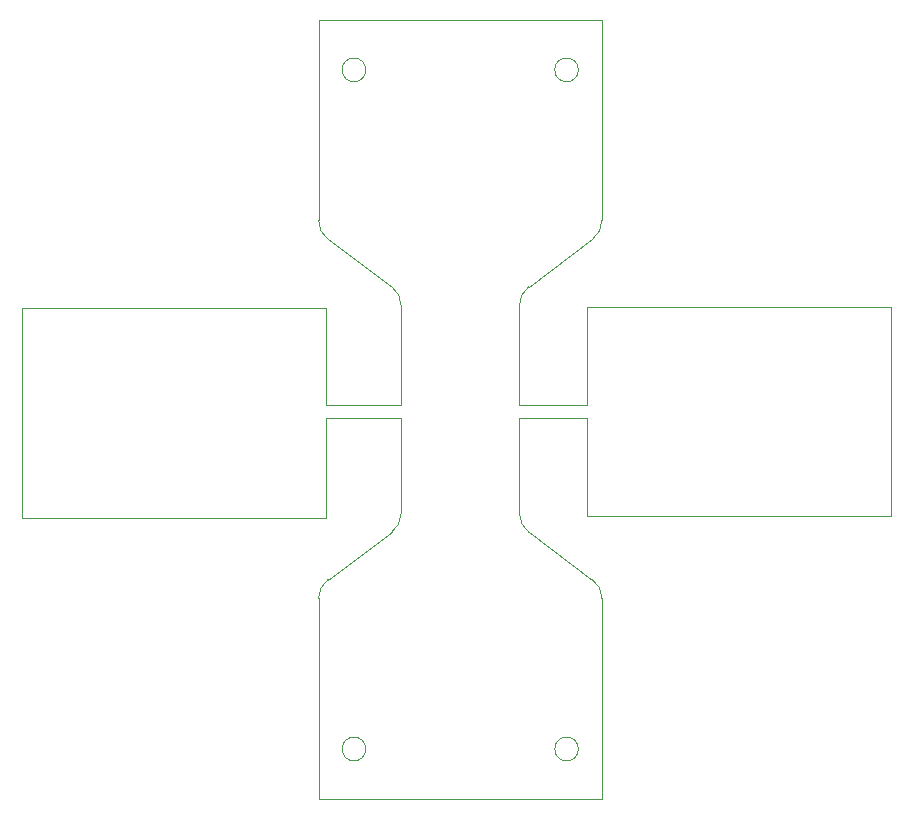
<source format=gbr>
%TF.GenerationSoftware,KiCad,Pcbnew,5.1.10*%
%TF.CreationDate,2021-10-31T19:01:46+09:00*%
%TF.ProjectId,usb_charger,7573625f-6368-4617-9267-65722e6b6963,rev?*%
%TF.SameCoordinates,Original*%
%TF.FileFunction,Profile,NP*%
%FSLAX46Y46*%
G04 Gerber Fmt 4.6, Leading zero omitted, Abs format (unit mm)*
G04 Created by KiCad (PCBNEW 5.1.10) date 2021-10-31 19:01:46*
%MOMM*%
%LPD*%
G01*
G04 APERTURE LIST*
%TA.AperFunction,Profile*%
%ADD10C,0.050000*%
%TD*%
G04 APERTURE END LIST*
D10*
X114150001Y-87900001D02*
X114150003Y-79750000D01*
X120500001Y-88999999D02*
X120500002Y-97091360D01*
X130500000Y-87900000D02*
X136250000Y-87900000D01*
X130500000Y-89000000D02*
X136250000Y-89000000D01*
X130499999Y-87900000D02*
X130499999Y-79508638D01*
X136250000Y-89000000D02*
X136250000Y-97350000D01*
X114150000Y-89000000D02*
X120500000Y-89000000D01*
X114150000Y-87900000D02*
X120500000Y-87900000D01*
X114306867Y-73899766D02*
X119693134Y-77903511D01*
X137500001Y-55300000D02*
X137499999Y-72294635D01*
X114306867Y-73899768D02*
G75*
G02*
X113499999Y-72294639I1193133J1605129D01*
G01*
X137500000Y-121300000D02*
X137499998Y-104305365D01*
X119693129Y-77903510D02*
G75*
G02*
X120500001Y-79508637I-1193129J-1605131D01*
G01*
X117500001Y-117050001D02*
G75*
G03*
X117500001Y-117050001I-1000001J0D01*
G01*
X130499999Y-97091363D02*
X130499999Y-89000000D01*
X136693134Y-73899766D02*
X131306868Y-77903510D01*
X137500001Y-72294638D02*
G75*
G02*
X136693134Y-73899766I-2000000J-1D01*
G01*
X137500001Y-55300000D02*
X113499999Y-55300001D01*
X137500000Y-121300000D02*
X113500000Y-121300000D01*
X113500000Y-104305364D02*
G75*
G02*
X114306868Y-102700234I2000002J1D01*
G01*
X113499999Y-55300001D02*
X113499999Y-72294639D01*
X135500000Y-117049999D02*
G75*
G03*
X135500000Y-117049999I-1000000J0D01*
G01*
X130499997Y-79508640D02*
G75*
G02*
X131306868Y-77903510I2000004J-2D01*
G01*
X135500000Y-59549998D02*
G75*
G03*
X135500000Y-59549998I-1000000J0D01*
G01*
X114306868Y-102700234D02*
X119693133Y-98696489D01*
X136693130Y-102700238D02*
G75*
G02*
X137499998Y-104305365I-1193131J-1605127D01*
G01*
X120500002Y-97091361D02*
G75*
G02*
X119693133Y-98696489I-2000000J1D01*
G01*
X131306869Y-98696490D02*
G75*
G02*
X130499999Y-97091363I1193130J1605130D01*
G01*
X117500003Y-59550000D02*
G75*
G03*
X117500003Y-59550000I-1000001J0D01*
G01*
X120500001Y-79508637D02*
X120500001Y-87900000D01*
X136693133Y-102700234D02*
X131306867Y-98696490D01*
X113500000Y-121300000D02*
X113500000Y-104305363D01*
X88399999Y-79750002D02*
X114150003Y-79750000D01*
X114150000Y-97499998D02*
X114150001Y-89000001D01*
X114150000Y-97499998D02*
X88400000Y-97500002D01*
X88400000Y-97500002D02*
X88399999Y-79750002D01*
X136250000Y-79600000D02*
X136250000Y-87900000D01*
X162000000Y-97350000D02*
X136250000Y-97350000D01*
X162000000Y-79600000D02*
X162000000Y-97350000D01*
X136250000Y-79600000D02*
X162000000Y-79600000D01*
M02*

</source>
